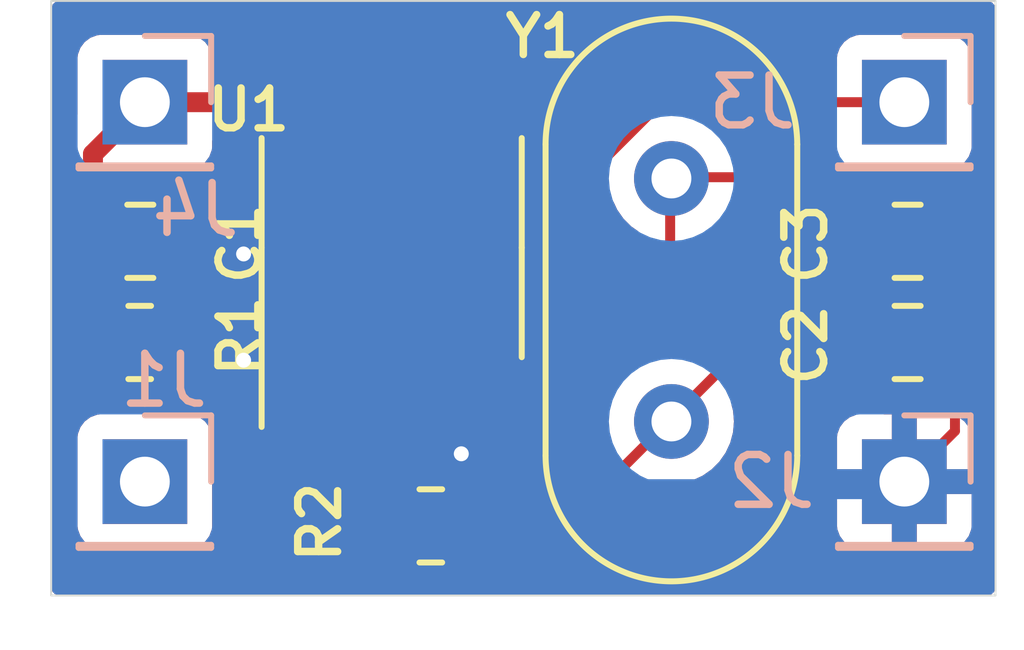
<source format=kicad_pcb>
(kicad_pcb (version 20221018) (generator pcbnew)
  (layers (0 "F.Cu" signal "Front") (31 "B.Cu" signal "Back") (34 "B.Paste" user) (35 "F.Paste" user) (36 "B.SilkS" user "B.Silkscreen") (37 "F.SilkS" user "F.Silkscreen") (38 "B.Mask" user) (39 "F.Mask" user) (44 "Edge.Cuts" user))
  (net 0 "")
  (net 1 "VCC")
  (net 2 "GND")
  (net 3 "Net-(C2-Pad1)")
  (net 4 "Net-(C3-Pad1)")
  (net 6 "/Out")
  (net 7 "Net-(R1-Pad2)")
  (footprint "Capacitor_SMD:C_0805_2012Metric" (layer "F.Cu") (at 130.876 97.536)
    (fp_text reference "C2" (at -2.0472 0.0508 -90) (layer "F.SilkS") (effects (font (size 0.8 0.8))))
    (fp_text value "22 pF")
    (fp_line (start -0.261252 -0.735) (end 0.261252 -0.735) (stroke (width 0.12)) (layer "F.SilkS"))
    (fp_line (start -0.261252 0.735) (end 0.261252 0.735) (stroke (width 0.12)) (layer "F.SilkS"))
    (pad "1" smd roundrect (at -0.95 0) (size 1 1.45) (layers "F.Cu" "F.Paste" "F.Mask") (net 3 "Net-(C2-Pad1)"))
    (pad "2" smd roundrect (at 0.95 0) (size 1 1.45) (layers "F.Cu" "F.Paste" "F.Mask") (net 2 "GND"))
  )
  (footprint "Package_SO:TSSOP-14_4.4x5mm_P0.65mm" (layer "F.Cu") (at 120.523 95.631 90)
    (fp_text reference "U1" (at 2.7686 -2.8702 180) (layer "F.SilkS") (effects (font (size 0.8 0.8))))
    (fp_text value "74HC04")
    (fp_line (start 0 -2.61) (end -3.6 -2.61) (stroke (width 0.12)) (layer "F.SilkS"))
    (fp_line (start 0 -2.61) (end 2.2 -2.61) (stroke (width 0.12)) (layer "F.SilkS"))
    (fp_line (start 0 2.61) (end -2.2 2.61) (stroke (width 0.12)) (layer "F.SilkS"))
    (fp_line (start 0 2.61) (end 2.2 2.61) (stroke (width 0.12)) (layer "F.SilkS"))
    (pad "1" smd roundrect (at -2.8625 -1.95 90) (size 1.475 0.4) (layers "F.Cu" "F.Paste" "F.Mask") (net 2 "GND"))
    (pad "2" smd roundrect (at -2.8625 -1.3 90) (size 1.475 0.4) (layers "F.Cu" "F.Paste" "F.Mask"))
    (pad "3" smd roundrect (at -2.8625 -0.65 90) (size 1.475 0.4) (layers "F.Cu" "F.Paste" "F.Mask") (net 3 "Net-(C2-Pad1)"))
    (pad "4" smd roundrect (at -2.8625 0 90) (size 1.475 0.4) (layers "F.Cu" "F.Paste" "F.Mask") (net 7 "Net-(R1-Pad2)"))
    (pad "5" smd roundrect (at -2.8625 0.65 90) (size 1.475 0.4) (layers "F.Cu" "F.Paste" "F.Mask") (net 7 "Net-(R1-Pad2)"))
    (pad "6" smd roundrect (at -2.8625 1.3 90) (size 1.475 0.4) (layers "F.Cu" "F.Paste" "F.Mask") (net 6 "/Out"))
    (pad "7" smd roundrect (at -2.8625 1.95 90) (size 1.475 0.4) (layers "F.Cu" "F.Paste" "F.Mask") (net 2 "GND"))
    (pad "8" smd roundrect (at 2.8625 1.95 90) (size 1.475 0.4) (layers "F.Cu" "F.Paste" "F.Mask"))
    (pad "9" smd roundrect (at 2.8625 1.3 90) (size 1.475 0.4) (layers "F.Cu" "F.Paste" "F.Mask") (net 2 "GND"))
    (pad "10" smd roundrect (at 2.8625 0.65 90) (size 1.475 0.4) (layers "F.Cu" "F.Paste" "F.Mask"))
    (pad "11" smd roundrect (at 2.8625 0 90) (size 1.475 0.4) (layers "F.Cu" "F.Paste" "F.Mask") (net 2 "GND"))
    (pad "12" smd roundrect (at 2.8625 -0.65 90) (size 1.475 0.4) (layers "F.Cu" "F.Paste" "F.Mask"))
    (pad "13" smd roundrect (at 2.8625 -1.3 90) (size 1.475 0.4) (layers "F.Cu" "F.Paste" "F.Mask") (net 2 "GND"))
    (pad "14" smd roundrect (at 2.8625 -1.95 90) (size 1.475 0.4) (layers "F.Cu" "F.Paste" "F.Mask") (net 1 "VCC"))
  )
  (footprint "Capacitor_SMD:C_0805_2012Metric" (layer "F.Cu") (at 115.4786 95.504)
    (fp_text reference "C1" (at 1.9964 0.0508 90) (layer "F.SilkS") (effects (font (size 0.8 0.8))))
    (fp_text value "100 nF")
    (fp_line (start -0.261252 -0.735) (end 0.261252 -0.735) (stroke (width 0.12)) (layer "F.SilkS"))
    (fp_line (start -0.261252 0.735) (end 0.261252 0.735) (stroke (width 0.12)) (layer "F.SilkS"))
    (pad "1" smd roundrect (at -0.95 0) (size 1 1.45) (layers "F.Cu" "F.Paste" "F.Mask") (net 1 "VCC"))
    (pad "2" smd roundrect (at 0.95 0) (size 1 1.45) (layers "F.Cu" "F.Paste" "F.Mask") (net 2 "GND"))
  )
  (footprint "Crystal:Crystal_HC49-U_Vertical" (layer "F.Cu") (at 126.1364 99.1224 90)
    (fp_text reference "Y1" (at 7.7332 -2.5908 180) (layer "F.SilkS") (effects (font (size 0.8 0.8))))
    (fp_text value "10 MHz")
    (fp_line (start -0.685 -2.525) (end 5.565 -2.525) (stroke (width 0.12)) (layer "F.SilkS"))
    (fp_line (start -0.685 2.525) (end 5.565 2.525) (stroke (width 0.12)) (layer "F.SilkS"))
    (fp_arc (start -0.685 2.525) (mid -3.21 0) (end -0.685 -2.525) (stroke (width 0.12)) (layer "F.SilkS"))
    (fp_arc (start 5.565 -2.525) (mid 8.09 0) (end 5.565 2.525) (stroke (width 0.12)) (layer "F.SilkS"))
    (pad "1" thru_hole circle (at 0 0 90) (size 1.5 1.5) (drill 0.8) (layers "*.Cu" "*.Mask") (net 3 "Net-(C2-Pad1)"))
    (pad "2" thru_hole circle (at 4.88 0 90) (size 1.5 1.5) (drill 0.8) (layers "*.Cu" "*.Mask") (net 4 "Net-(C3-Pad1)"))
  )
  (footprint "Capacitor_SMD:C_0805_2012Metric" (layer "F.Cu") (at 130.876 95.504)
    (fp_text reference "C3" (at -2.0472 0.0508 -90) (layer "F.SilkS") (effects (font (size 0.8 0.8))))
    (fp_text value "22 pF")
    (fp_line (start -0.261252 -0.735) (end 0.261252 -0.735) (stroke (width 0.12)) (layer "F.SilkS"))
    (fp_line (start -0.261252 0.735) (end 0.261252 0.735) (stroke (width 0.12)) (layer "F.SilkS"))
    (pad "1" smd roundrect (at -0.95 0) (size 1 1.45) (layers "F.Cu" "F.Paste" "F.Mask") (net 4 "Net-(C3-Pad1)"))
    (pad "2" smd roundrect (at 0.95 0) (size 1 1.45) (layers "F.Cu" "F.Paste" "F.Mask") (net 2 "GND"))
  )
  (footprint "Resistor_SMD:R_0805_2012Metric" (layer "F.Cu") (at 115.4665 97.536 180)
    (fp_text reference "R1" (at -2.0085 0.127 90) (layer "F.SilkS") (effects (font (size 0.8 0.8))))
    (fp_text value "1M")
    (fp_line (start -0.227064 -0.735) (end 0.227064 -0.735) (stroke (width 0.12)) (layer "F.SilkS"))
    (fp_line (start -0.227064 0.735) (end 0.227064 0.735) (stroke (width 0.12)) (layer "F.SilkS"))
    (pad "1" smd roundrect (at -0.9125 0 180) (size 1.025 1.4) (layers "F.Cu" "F.Paste" "F.Mask") (roundrect_rratio 0.243902) (net 3 "Net-(C2-Pad1)"))
    (pad "2" smd roundrect (at 0.9125 0 180) (size 1.025 1.4) (layers "F.Cu" "F.Paste" "F.Mask") (roundrect_rratio 0.243902) (net 7 "Net-(R1-Pad2)"))
  )
  (footprint "Resistor_SMD:R_0805_2012Metric" (layer "F.Cu") (at 121.3085 101.219)
    (fp_text reference "R2" (at -2.2333 -0.0762 90) (layer "F.SilkS") (effects (font (size 0.8 0.8))))
    (fp_text value "1K")
    (fp_line (start -0.227064 -0.735) (end 0.227064 -0.735) (stroke (width 0.12)) (layer "F.SilkS"))
    (fp_line (start -0.227064 0.735) (end 0.227064 0.735) (stroke (width 0.12)) (layer "F.SilkS"))
    (pad "1" smd roundrect (at -0.9125 0) (size 1.025 1.4) (layers "F.Cu" "F.Paste" "F.Mask") (roundrect_rratio 0.243902) (net 7 "Net-(R1-Pad2)"))
    (pad "2" smd roundrect (at 0.9125 0) (size 1.025 1.4) (layers "F.Cu" "F.Paste" "F.Mask") (roundrect_rratio 0.243902) (net 4 "Net-(C3-Pad1)"))
  )
  (footprint "Connector_PinHeader_2.54mm:PinHeader_1x01_P2.54mm_Vertical" (layer "B.Cu") (at 130.81 100.33 180)
    (fp_text reference "J2" (at 2.667 0) (layer "B.SilkS") (effects (justify mirror)))
    (fp_text value "Conn_01x01")
    (fp_line (start -1.33 -1.33) (end 1.33 -1.33) (stroke (width 0.12)) (layer "B.SilkS"))
    (fp_line (start -1.33 -1.27) (end -1.33 -1.33) (stroke (width 0.12)) (layer "B.SilkS"))
    (fp_line (start -1.33 -1.27) (end 1.33 -1.27) (stroke (width 0.12)) (layer "B.SilkS"))
    (fp_line (start -1.33 0) (end -1.33 1.33) (stroke (width 0.12)) (layer "B.SilkS"))
    (fp_line (start -1.33 1.33) (end 0 1.33) (stroke (width 0.12)) (layer "B.SilkS"))
    (fp_line (start 1.33 -1.27) (end 1.33 -1.33) (stroke (width 0.12)) (layer "B.SilkS"))
    (pad "1" thru_hole rect (at 0 0 180) (size 1.7 1.7) (drill 1) (layers "*.Cu" "*.Mask") (net 2 "GND"))
  )
  (footprint "Connector_PinHeader_2.54mm:PinHeader_1x01_P2.54mm_Vertical" (layer "B.Cu") (at 115.57 100.33 180)
    (fp_text reference "J1" (at -0.381 2.032) (layer "B.SilkS") (effects (justify mirror)))
    (fp_text value "Conn_01x01")
    (fp_line (start -1.33 -1.33) (end 1.33 -1.33) (stroke (width 0.12)) (layer "B.SilkS"))
    (fp_line (start -1.33 -1.27) (end -1.33 -1.33) (stroke (width 0.12)) (layer "B.SilkS"))
    (fp_line (start -1.33 -1.27) (end 1.33 -1.27) (stroke (width 0.12)) (layer "B.SilkS"))
    (fp_line (start -1.33 0) (end -1.33 1.33) (stroke (width 0.12)) (layer "B.SilkS"))
    (fp_line (start -1.33 1.33) (end 0 1.33) (stroke (width 0.12)) (layer "B.SilkS"))
    (fp_line (start 1.33 -1.27) (end 1.33 -1.33) (stroke (width 0.12)) (layer "B.SilkS"))
    (pad "1" thru_hole rect (at 0 0 180) (size 1.7 1.7) (drill 1) (layers "*.Cu" "*.Mask"))
  )
  (footprint "Connector_PinHeader_2.54mm:PinHeader_1x01_P2.54mm_Vertical" (layer "B.Cu") (at 130.81 92.71 180)
    (fp_text reference "J3" (at 3.048 0) (layer "B.SilkS") (effects (justify mirror)))
    (fp_text value "Conn_01x01")
    (fp_line (start -1.33 -1.33) (end 1.33 -1.33) (stroke (width 0.12)) (layer "B.SilkS"))
    (fp_line (start -1.33 -1.27) (end -1.33 -1.33) (stroke (width 0.12)) (layer "B.SilkS"))
    (fp_line (start -1.33 -1.27) (end 1.33 -1.27) (stroke (width 0.12)) (layer "B.SilkS"))
    (fp_line (start -1.33 0) (end -1.33 1.33) (stroke (width 0.12)) (layer "B.SilkS"))
    (fp_line (start -1.33 1.33) (end 0 1.33) (stroke (width 0.12)) (layer "B.SilkS"))
    (fp_line (start 1.33 -1.27) (end 1.33 -1.33) (stroke (width 0.12)) (layer "B.SilkS"))
    (pad "1" thru_hole rect (at 0 0 180) (size 1.7 1.7) (drill 1) (layers "*.Cu" "*.Mask") (net 6 "/Out"))
  )
  (footprint "Connector_PinHeader_2.54mm:PinHeader_1x01_P2.54mm_Vertical" (layer "B.Cu") (at 115.57 92.71 180)
    (fp_text reference "J4" (at -1.016 -2.159) (layer "B.SilkS") (effects (justify mirror)))
    (fp_text value "Conn_01x01")
    (fp_line (start -1.33 -1.33) (end 1.33 -1.33) (stroke (width 0.12)) (layer "B.SilkS"))
    (fp_line (start -1.33 -1.27) (end -1.33 -1.33) (stroke (width 0.12)) (layer "B.SilkS"))
    (fp_line (start -1.33 -1.27) (end 1.33 -1.27) (stroke (width 0.12)) (layer "B.SilkS"))
    (fp_line (start -1.33 0) (end -1.33 1.33) (stroke (width 0.12)) (layer "B.SilkS"))
    (fp_line (start -1.33 1.33) (end 0 1.33) (stroke (width 0.12)) (layer "B.SilkS"))
    (fp_line (start 1.33 -1.27) (end 1.33 -1.33) (stroke (width 0.12)) (layer "B.SilkS"))
    (pad "1" thru_hole rect (at 0 0 180) (size 1.7 1.7) (drill 1) (layers "*.Cu" "*.Mask") (net 1 "VCC"))
  )
  (gr_rect (start 113.6904 90.678) (end 132.6388 102.616) (stroke (width 0.0381)) (fill none) (layer "Edge.Cuts"))
  (segment (start 115.57 92.71) (end 114.5286 93.7514) (width 0.4) (layer "F.Cu") (net 1))
  (segment (start 118.5145 92.71) (end 118.573 92.7685) (width 0.2) (layer "F.Cu") (net 1))
  (segment (start 114.5286 93.7514) (end 114.5286 95.504) (width 0.4) (layer "F.Cu") (net 1))
  (segment (start 115.6285 92.7685) (end 115.57 92.71) (width 0.2) (layer "F.Cu") (net 1))
  (segment (start 115.57 92.71) (end 115.3668 92.71) (width 0.2) (layer "F.Cu") (net 1))
  (segment (start 115.57 92.71) (end 118.5145 92.71) (width 0.4) (layer "F.Cu") (net 1))
  (segment (start 122.473 99.2182) (end 122.473 98.4935) (width 0.4) (layer "F.Cu") (net 2))
  (segment (start 117.5512 97.8916) (end 117.5512 98.1964) (width 0.4) (layer "F.Cu") (net 2))
  (segment (start 120.523 94.0562) (end 120.523 92.7685) (width 0.4) (layer "F.Cu") (net 2))
  (segment (start 119.223 94.2294) (end 119.223 92.7685) (width 0.4) (layer "F.Cu") (net 2))
  (segment (start 116.4286 95.504) (end 117.2972 95.504) (width 0.4) (layer "F.Cu") (net 2))
  (segment (start 117.5512 98.1964) (end 117.7544 98.3996) (width 0.4) (layer "F.Cu") (net 2))
  (segment (start 119.2276 94.4372) (end 120.142 94.4372) (width 0.4) (layer "F.Cu") (net 2))
  (segment (start 121.92 99.7712) (end 122.473 99.2182) (width 0.4) (layer "F.Cu") (net 2))
  (segment (start 121.823 94.2294) (end 121.823 92.7685) (width 0.4) (layer "F.Cu") (net 2))
  (segment (start 118.573 98.4935) (end 117.8483 98.4935) (width 0.4) (layer "F.Cu") (net 2))
  (segment (start 131.826 95.504) (end 131.826 97.536) (width 0.2) (layer "F.Cu") (net 2))
  (segment (start 131.826 99.314) (end 130.81 100.33) (width 0.2) (layer "F.Cu") (net 2))
  (segment (start 119.2276 94.234) (end 119.223 94.2294) (width 0.4) (layer "F.Cu") (net 2))
  (segment (start 121.6152 94.4372) (end 121.823 94.2294) (width 0.4) (layer "F.Cu") (net 2))
  (segment (start 119.2276 94.4372) (end 119.2276 94.234) (width 0.4) (layer "F.Cu") (net 2))
  (segment (start 117.2972 95.504) (end 117.5512 95.758) (width 0.4) (layer "F.Cu") (net 2))
  (segment (start 131.826 97.536) (end 131.826 99.314) (width 0.2) (layer "F.Cu") (net 2))
  (segment (start 120.142 94.4372) (end 121.6152 94.4372) (width 0.4) (layer "F.Cu") (net 2))
  (segment (start 118.1608 95.504) (end 119.2276 94.4372) (width 0.4) (layer "F.Cu") (net 2))
  (segment (start 117.2972 95.504) (end 118.1608 95.504) (width 0.4) (layer "F.Cu") (net 2))
  (segment (start 117.8483 98.4935) (end 117.7544 98.3996) (width 0.4) (layer "F.Cu") (net 2))
  (segment (start 120.142 94.4372) (end 120.523 94.0562) (width 0.4) (layer "F.Cu") (net 2))
  (via (at 117.5512 95.758) (size 0.6) (drill 0.3) (layers "F.Cu" "B.Cu") (net 2))
  (via (at 121.92 99.7712) (size 0.6) (drill 0.3) (layers "F.Cu" "B.Cu") (net 2))
  (via (at 117.5512 97.8916) (size 0.6) (drill 0.3) (layers "F.Cu" "B.Cu") (net 2))
  (segment (start 117.9576 99.5172) (end 118.2116 99.7712) (width 0.4) (layer "B.Cu") (net 2))
  (segment (start 130.6576 100.4824) (end 130.81 100.33) (width 0.4) (layer "B.Cu") (net 2))
  (segment (start 124.1552 99.7712) (end 124.8664 100.4824) (width 0.4) (layer "B.Cu") (net 2))
  (segment (start 124.8664 100.4824) (end 130.6576 100.4824) (width 0.4) (layer "B.Cu") (net 2))
  (segment (start 117.5512 97.8916) (end 117.5512 99.1108) (width 0.4) (layer "B.Cu") (net 2))
  (segment (start 117.5512 99.1108) (end 117.9576 99.5172) (width 0.4) (layer "B.Cu") (net 2))
  (segment (start 118.2116 99.7712) (end 121.92 99.7712) (width 0.4) (layer "B.Cu") (net 2))
  (segment (start 117.5512 95.758) (end 117.5512 97.8916) (width 0.4) (layer "B.Cu") (net 2))
  (segment (start 121.92 99.7712) (end 124.1552 99.7712) (width 0.4) (layer "B.Cu") (net 2))
  (segment (start 116.6838 97.2312) (end 119.4308 97.2312) (width 0.2) (layer "F.Cu") (net 3))
  (segment (start 127.672 97.536) (end 129.926 97.536) (width 0.2) (layer "F.Cu") (net 3))
  (segment (start 116.379 97.536) (end 116.6838 97.2312) (width 0.2) (layer "F.Cu") (net 3))
  (segment (start 126.111 99.097) (end 127.672 97.536) (width 0.2) (layer "F.Cu") (net 3))
  (segment (start 119.873 97.6734) (end 119.873 98.4935) (width 0.2) (layer "F.Cu") (net 3))
  (segment (start 119.9388 102.2604) (end 119.4816 101.8032) (width 0.2) (layer "F.Cu") (net 3))
  (segment (start 119.4816 101.8032) (end 119.4816 100.3808) (width 0.2) (layer "F.Cu") (net 3))
  (segment (start 126.111 99.097) (end 122.9476 102.2604) (width 0.2) (layer "F.Cu") (net 3))
  (segment (start 119.873 99.9594) (end 119.873 98.4935) (width 0.2) (layer "F.Cu") (net 3))
  (segment (start 119.888 99.9744) (end 119.873 99.9594) (width 0.2) (layer "F.Cu") (net 3))
  (segment (start 122.9476 102.2604) (end 119.9388 102.2604) (width 0.2) (layer "F.Cu") (net 3))
  (segment (start 119.4308 97.2312) (end 119.873 97.6734) (width 0.2) (layer "F.Cu") (net 3))
  (segment (start 119.4816 100.3808) (end 119.888 99.9744) (width 0.2) (layer "F.Cu") (net 3))
  (segment (start 126.111 94.217) (end 126.111 97.0534) (width 0.2) (layer "F.Cu") (net 4))
  (segment (start 122.221 100.9434) (end 122.221 101.219) (width 0.2) (layer "F.Cu") (net 4))
  (segment (start 126.111 97.0534) (end 122.221 100.9434) (width 0.2) (layer "F.Cu") (net 4))
  (segment (start 128.639 94.217) (end 129.926 95.504) (width 0.2) (layer "F.Cu") (net 4))
  (segment (start 126.111 94.217) (end 128.639 94.217) (width 0.2) (layer "F.Cu") (net 4))
  (segment (start 130.81 92.71) (end 125.9332 92.71) (width 0.2) (layer "F.Cu") (net 6))
  (segment (start 125.9332 92.71) (end 121.823 96.8202) (width 0.2) (layer "F.Cu") (net 6))
  (segment (start 121.823 96.8202) (end 121.823 98.4935) (width 0.2) (layer "F.Cu") (net 6))
  (segment (start 120.523 98.4935) (end 120.523 101.092) (width 0.2) (layer "F.Cu") (net 7))
  (segment (start 120.523 98.4935) (end 120.523 97.756001) (width 0.2) (layer "F.Cu") (net 7))
  (segment (start 120.523 98.4935) (end 120.523 99.4918) (width 0.2) (layer "F.Cu") (net 7))
  (segment (start 119.375999 96.609) (end 115.481 96.609) (width 0.2) (layer "F.Cu") (net 7))
  (segment (start 115.481 96.609) (end 114.554 97.536) (width 0.2) (layer "F.Cu") (net 7))
  (segment (start 120.523 98.4935) (end 121.173 98.4935) (width 0.2) (layer "F.Cu") (net 7))
  (segment (start 120.523 101.092) (end 120.396 101.219) (width 0.2) (layer "F.Cu") (net 7))
  (segment (start 120.523 97.756001) (end 119.375999 96.609) (width 0.2) (layer "F.Cu") (net 7))
  (zone (net 2) (net_name "GND") (layer "F.Cu") (connect_pads (clearance 0.5)) (min_thickness 0.25) (fill yes (thermal_gap 0.5) (thermal_bridge_width 0.5))
    (polygon (pts (xy 113.6904 90.678) (xy 132.6388 90.678) (xy 132.6388 102.616) (xy 113.6904 102.616)))
  )
  (zone (net 2) (net_name "GND") (layer "B.Cu") (priority 1) (connect_pads (clearance 0.5)) (min_thickness 0.25) (fill yes (thermal_gap 0.5) (thermal_bridge_width 0.5))
    (polygon (pts (xy 113.6904 90.678) (xy 132.6388 90.678) (xy 132.6388 102.616) (xy 113.6904 102.616)))
  )
)
</source>
